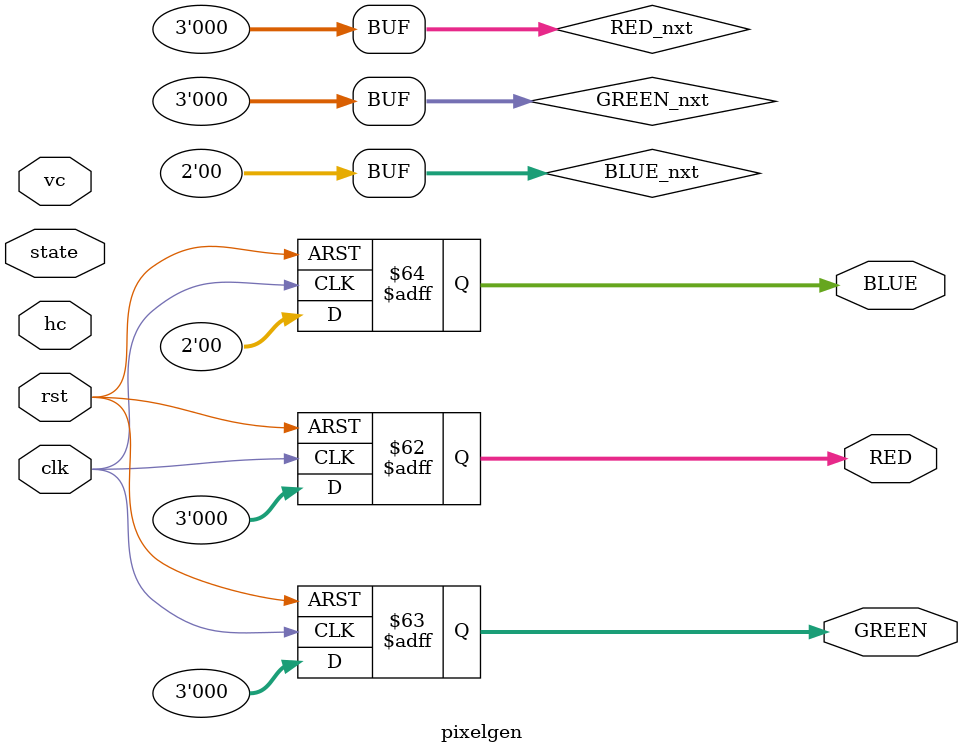
<source format=v>
`timescale 1ns/10ps

module pixelgen(
    input clk,rst,
    input state,
    input [9:0]hc,
    input [8:0]vc,
    output reg [2:0]RED,GREEN,
    output reg [1:0]BLUE
);

    reg [2:0]RED_nxt,GREEN_nxt;
    reg [1:0]BLUE_nxt;

    always @(*)
    begin
        if(state == 3)
        begin
            if(hc >= 0 && hc < 160)
            begin
                RED_nxt = 'b000;
                GREEN_nxt = 'b000;
                BLUE_nxt = 'b11;
            end
            else if(hc >= 160 && hc < 320)
            begin
                RED_nxt = 'b111;
                GREEN_nxt = 'b111;
                BLUE_nxt = 'b00;
            end
            else
            begin
                RED_nxt = 'b111;
                GREEN_nxt = 'b000;
                BLUE_nxt = 'b00;
            end
        end
        else
        begin
            RED_nxt = 'd0;
            GREEN_nxt = 'd0;
            BLUE_nxt = 'd0;
        end
    end

    always @(posedge clk or posedge rst)
    begin
        if(rst)
        begin
            RED <= 'd0;
            GREEN <= 'd0;
            BLUE <= 'd0;
        end
        else
        begin
            RED <= RED_nxt;
            GREEN <= GREEN_nxt;
            BLUE <= BLUE_nxt;
        end
    end

endmodule
</source>
